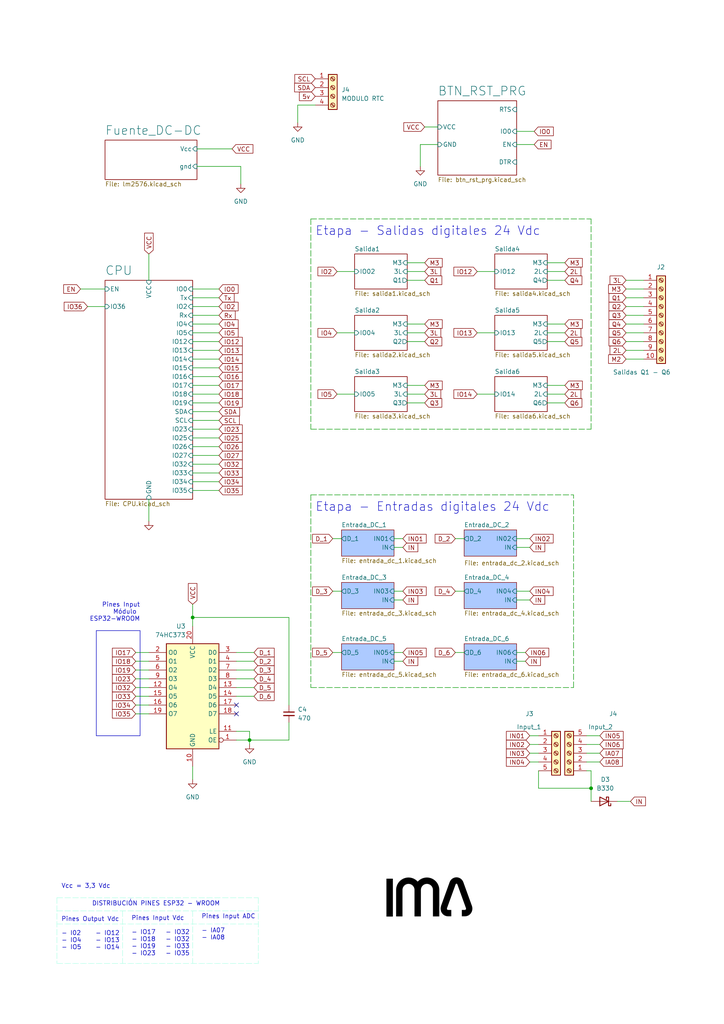
<source format=kicad_sch>
(kicad_sch (version 20221004) (generator eeschema)
  (paper "A4" portrait)
  (title_block (date "2022-10-09") (rev "José Luis Laica") (company "INTEAMBI"))
  (lib_symbols
    (symbol "74xx:74HC373"
      (property "Reference" "U" (at -7.62 16.51 0))
      (property "Value" "74HC373" (at -7.62 -16.51 0))
      (symbol "74HC373_1_0"
        (pin input inverted (at -12.7 -12.7 0) (length 5.08) (name "OE") (number "1"))
        (pin power_in line (at 0 -20.32 90) (length 5.08) (name "GND") (number "10"))
        (pin input line (at -12.7 -10.16 0) (length 5.08) (name "LE") (number "11"))
        (pin tri_state line (at 12.7 2.54 180) (length 5.08) (name "O4") (number "12"))
        (pin input line (at -12.7 2.54 0) (length 5.08) (name "D4") (number "13"))
        (pin input line (at -12.7 0 0) (length 5.08) (name "D5") (number "14"))
        (pin tri_state line (at 12.7 0 180) (length 5.08) (name "O5") (number "15"))
        (pin tri_state line (at 12.7 -2.54 180) (length 5.08) (name "O6") (number "16"))
        (pin input line (at -12.7 -2.54 0) (length 5.08) (name "D6") (number "17"))
        (pin input line (at -12.7 -5.08 0) (length 5.08) (name "D7") (number "18"))
        (pin tri_state line (at 12.7 -5.08 180) (length 5.08) (name "O7") (number "19"))
        (pin tri_state line (at 12.7 12.7 180) (length 5.08) (name "O0") (number "2"))
        (pin power_in line (at 0 20.32 270) (length 5.08) (name "VCC") (number "20"))
        (pin input line (at -12.7 12.7 0) (length 5.08) (name "D0") (number "3"))
        (pin input line (at -12.7 10.16 0) (length 5.08) (name "D1") (number "4"))
        (pin tri_state line (at 12.7 10.16 180) (length 5.08) (name "O1") (number "5"))
        (pin tri_state line (at 12.7 7.62 180) (length 5.08) (name "O2") (number "6"))
        (pin input line (at -12.7 7.62 0) (length 5.08) (name "D2") (number "7"))
        (pin input line (at -12.7 5.08 0) (length 5.08) (name "D3") (number "8"))
        (pin tri_state line (at 12.7 5.08 180) (length 5.08) (name "O3") (number "9"))
      )
      (symbol "74HC373_1_1"
        (rectangle (start -7.62 15.24) (end 7.62 -15.24) (stroke (width 0.254)) (fill (type background)))
      )
    )
    (symbol "Connector:Screw_Terminal_01x04" (pin_names (offset 1.016) hide)
      (property "Reference" "J" (at 0 5.08 0))
      (property "Value" "Screw_Terminal_01x04" (at 0 -7.62 0))
      (symbol "Screw_Terminal_01x04_1_1"
        (rectangle (start -1.27 3.81) (end 1.27 -6.35) (stroke (width 0.254)) (fill (type background)))
        (circle (center 0 -5.08) (radius 0.635) (stroke (width 0.1524)))
        (circle (center 0 -2.54) (radius 0.635) (stroke (width 0.1524)))
        (polyline (pts (xy -0.5334 -4.7498) (xy 0.3302 -5.588)) (stroke (width 0.1524)))
        (polyline (pts (xy -0.5334 -2.2098) (xy 0.3302 -3.048)) (stroke (width 0.1524)))
        (polyline (pts (xy -0.5334 0.3302) (xy 0.3302 -0.508)) (stroke (width 0.1524)))
        (polyline (pts (xy -0.5334 2.8702) (xy 0.3302 2.032)) (stroke (width 0.1524)))
        (polyline (pts (xy -0.3556 -4.572) (xy 0.508 -5.4102)) (stroke (width 0.1524)))
        (polyline (pts (xy -0.3556 -2.032) (xy 0.508 -2.8702)) (stroke (width 0.1524)))
        (polyline (pts (xy -0.3556 0.508) (xy 0.508 -0.3302)) (stroke (width 0.1524)))
        (polyline (pts (xy -0.3556 3.048) (xy 0.508 2.2098)) (stroke (width 0.1524)))
        (circle (center 0 0) (radius 0.635) (stroke (width 0.1524)))
        (circle (center 0 2.54) (radius 0.635) (stroke (width 0.1524)))
        (pin passive line (at -5.08 2.54 0) (length 3.81) (name "Pin_1") (number "1"))
        (pin passive line (at -5.08 0 0) (length 3.81) (name "Pin_2") (number "2"))
        (pin passive line (at -5.08 -2.54 0) (length 3.81) (name "Pin_3") (number "3"))
        (pin passive line (at -5.08 -5.08 0) (length 3.81) (name "Pin_4") (number "4"))
      )
    )
    (symbol "Connector:Screw_Terminal_01x05" (pin_names (offset 1.016) hide)
      (property "Reference" "J" (at 0 7.62 0))
      (property "Value" "Screw_Terminal_01x05" (at 0 -7.62 0))
      (symbol "Screw_Terminal_01x05_1_1"
        (rectangle (start -1.27 6.35) (end 1.27 -6.35) (stroke (width 0.254)) (fill (type background)))
        (circle (center 0 -5.08) (radius 0.635) (stroke (width 0.1524)))
        (circle (center 0 -2.54) (radius 0.635) (stroke (width 0.1524)))
        (polyline (pts (xy -0.5334 -4.7498) (xy 0.3302 -5.588)) (stroke (width 0.1524)))
        (polyline (pts (xy -0.5334 -2.2098) (xy 0.3302 -3.048)) (stroke (width 0.1524)))
        (polyline (pts (xy -0.5334 0.3302) (xy 0.3302 -0.508)) (stroke (width 0.1524)))
        (polyline (pts (xy -0.5334 2.8702) (xy 0.3302 2.032)) (stroke (width 0.1524)))
        (polyline (pts (xy -0.5334 5.4102) (xy 0.3302 4.572)) (stroke (width 0.1524)))
        (polyline (pts (xy -0.3556 -4.572) (xy 0.508 -5.4102)) (stroke (width 0.1524)))
        (polyline (pts (xy -0.3556 -2.032) (xy 0.508 -2.8702)) (stroke (width 0.1524)))
        (polyline (pts (xy -0.3556 0.508) (xy 0.508 -0.3302)) (stroke (width 0.1524)))
        (polyline (pts (xy -0.3556 3.048) (xy 0.508 2.2098)) (stroke (width 0.1524)))
        (polyline (pts (xy -0.3556 5.588) (xy 0.508 4.7498)) (stroke (width 0.1524)))
        (circle (center 0 0) (radius 0.635) (stroke (width 0.1524)))
        (circle (center 0 2.54) (radius 0.635) (stroke (width 0.1524)))
        (circle (center 0 5.08) (radius 0.635) (stroke (width 0.1524)))
        (pin passive line (at -5.08 5.08 0) (length 3.81) (name "Pin_1") (number "1"))
        (pin passive line (at -5.08 2.54 0) (length 3.81) (name "Pin_2") (number "2"))
        (pin passive line (at -5.08 0 0) (length 3.81) (name "Pin_3") (number "3"))
        (pin passive line (at -5.08 -2.54 0) (length 3.81) (name "Pin_4") (number "4"))
        (pin passive line (at -5.08 -5.08 0) (length 3.81) (name "Pin_5") (number "5"))
      )
    )
    (symbol "Connector:Screw_Terminal_01x10" (pin_names (offset 1.016) hide)
      (property "Reference" "J" (at 0 12.7 0))
      (property "Value" "Screw_Terminal_01x10" (at 0 -15.24 0))
      (symbol "Screw_Terminal_01x10_1_1"
        (rectangle (start -1.27 11.43) (end 1.27 -13.97) (stroke (width 0.254)) (fill (type background)))
        (circle (center 0 -12.7) (radius 0.635) (stroke (width 0.1524)))
        (circle (center 0 -10.16) (radius 0.635) (stroke (width 0.1524)))
        (circle (center 0 -7.62) (radius 0.635) (stroke (width 0.1524)))
        (circle (center 0 -5.08) (radius 0.635) (stroke (width 0.1524)))
        (circle (center 0 -2.54) (radius 0.635) (stroke (width 0.1524)))
        (polyline (pts (xy -0.5334 -12.3698) (xy 0.3302 -13.208)) (stroke (width 0.1524)))
        (polyline (pts (xy -0.5334 -9.8298) (xy 0.3302 -10.668)) (stroke (width 0.1524)))
        (polyline (pts (xy -0.5334 -7.2898) (xy 0.3302 -8.128)) (stroke (width 0.1524)))
        (polyline (pts (xy -0.5334 -4.7498) (xy 0.3302 -5.588)) (stroke (width 0.1524)))
        (polyline (pts (xy -0.5334 -2.2098) (xy 0.3302 -3.048)) (stroke (width 0.1524)))
        (polyline (pts (xy -0.5334 0.3302) (xy 0.3302 -0.508)) (stroke (width 0.1524)))
        (polyline (pts (xy -0.5334 2.8702) (xy 0.3302 2.032)) (stroke (width 0.1524)))
        (polyline (pts (xy -0.5334 5.4102) (xy 0.3302 4.572)) (stroke (width 0.1524)))
        (polyline (pts (xy -0.5334 7.9502) (xy 0.3302 7.112)) (stroke (width 0.1524)))
        (polyline (pts (xy -0.5334 10.4902) (xy 0.3302 9.652)) (stroke (width 0.1524)))
        (polyline (pts (xy -0.3556 -12.192) (xy 0.508 -13.0302)) (stroke (width 0.1524)))
        (polyline (pts (xy -0.3556 -9.652) (xy 0.508 -10.4902)) (stroke (width 0.1524)))
        (polyline (pts (xy -0.3556 -7.112) (xy 0.508 -7.9502)) (stroke (width 0.1524)))
        (polyline (pts (xy -0.3556 -4.572) (xy 0.508 -5.4102)) (stroke (width 0.1524)))
        (polyline (pts (xy -0.3556 -2.032) (xy 0.508 -2.8702)) (stroke (width 0.1524)))
        (polyline (pts (xy -0.3556 0.508) (xy 0.508 -0.3302)) (stroke (width 0.1524)))
        (polyline (pts (xy -0.3556 3.048) (xy 0.508 2.2098)) (stroke (width 0.1524)))
        (polyline (pts (xy -0.3556 5.588) (xy 0.508 4.7498)) (stroke (width 0.1524)))
        (polyline (pts (xy -0.3556 8.128) (xy 0.508 7.2898)) (stroke (width 0.1524)))
        (polyline (pts (xy -0.3556 10.668) (xy 0.508 9.8298)) (stroke (width 0.1524)))
        (circle (center 0 0) (radius 0.635) (stroke (width 0.1524)))
        (circle (center 0 2.54) (radius 0.635) (stroke (width 0.1524)))
        (circle (center 0 5.08) (radius 0.635) (stroke (width 0.1524)))
        (circle (center 0 7.62) (radius 0.635) (stroke (width 0.1524)))
        (circle (center 0 10.16) (radius 0.635) (stroke (width 0.1524)))
        (pin passive line (at -5.08 10.16 0) (length 3.81) (name "Pin_1") (number "1"))
        (pin passive line (at -5.08 -12.7 0) (length 3.81) (name "Pin_10") (number "10"))
        (pin passive line (at -5.08 7.62 0) (length 3.81) (name "Pin_2") (number "2"))
        (pin passive line (at -5.08 5.08 0) (length 3.81) (name "Pin_3") (number "3"))
        (pin passive line (at -5.08 2.54 0) (length 3.81) (name "Pin_4") (number "4"))
        (pin passive line (at -5.08 0 0) (length 3.81) (name "Pin_5") (number "5"))
        (pin passive line (at -5.08 -2.54 0) (length 3.81) (name "Pin_6") (number "6"))
        (pin passive line (at -5.08 -5.08 0) (length 3.81) (name "Pin_7") (number "7"))
        (pin passive line (at -5.08 -7.62 0) (length 3.81) (name "Pin_8") (number "8"))
        (pin passive line (at -5.08 -10.16 0) (length 3.81) (name "Pin_9") (number "9"))
      )
    )
    (symbol "Device:C_Small" (pin_numbers hide) (pin_names (offset 0.254) hide)
      (property "Reference" "C" (at 0.254 1.778 0))
      (property "Value" "C_Small" (at 0.254 -2.032 0))
      (symbol "C_Small_0_1"
        (polyline (pts (xy -1.524 -0.508) (xy 1.524 -0.508)) (stroke (width 0.3302)))
        (polyline (pts (xy -1.524 0.508) (xy 1.524 0.508)) (stroke (width 0.3048)))
      )
      (symbol "C_Small_1_1"
        (pin passive line (at 0 2.54 270) (length 2.032) (name "~") (number "1"))
        (pin passive line (at 0 -2.54 90) (length 2.032) (name "~") (number "2"))
      )
    )
    (symbol "Diode:B330" (pin_numbers hide) (pin_names (offset 1.016) hide)
      (property "Reference" "D" (at 0 2.54 0))
      (property "Value" "B330" (at 0 -2.54 0))
      (symbol "B330_0_1"
        (polyline (pts (xy 1.27 0) (xy -1.27 0)))
        (polyline (pts (xy 1.27 1.27) (xy 1.27 -1.27) (xy -1.27 0) (xy 1.27 1.27)) (stroke (width 0.254)))
        (polyline (pts (xy -1.905 0.635) (xy -1.905 1.27) (xy -1.27 1.27) (xy -1.27 -1.27) (xy -0.635 -1.27) (xy -0.635 -0.635)) (stroke (width 0.254)))
      )
      (symbol "B330_1_1"
        (pin passive line (at -3.81 0 0) (length 2.54) (name "K") (number "1"))
        (pin passive line (at 3.81 0 180) (length 2.54) (name "A") (number "2"))
      )
    )
    (symbol "power:GND" (power) (pin_names (offset 0))
      (property "Value" "GND" (at 0 -3.81 0))
      (symbol "GND_0_1"
        (polyline (pts (xy 0 0) (xy 0 -1.27) (xy 1.27 -1.27) (xy 0 -2.54) (xy -1.27 -1.27) (xy 0 -1.27)))
      )
      (symbol "GND_1_1"
        (pin power_in line (at 0 0 270) (length 0) hide (name "GND") (number "1"))
      )
    )
  )
  (junction (at 55.88 179.07))
  (junction (at 72.39 214.63))
  (junction (at 171.45 228.6))
  (no_connect (at 68.58 204.47))
  (no_connect (at 68.58 207.01))
  (wire (pts (xy 43.18 73.66) (xy 43.18 81.28)))
  (wire (pts (xy 158.75 76.2) (xy 163.83 76.2)))
  (wire (pts (xy 90.17 63.5) (xy 171.45 63.5)) (stroke (width 0) (type dash)))
  (wire (pts (xy 173.99 220.98) (xy 170.18 220.98)))
  (wire (pts (xy 55.88 114.3) (xy 63.5 114.3)))
  (wire (pts (xy 173.99 213.36) (xy 170.18 213.36)))
  (wire (pts (xy 138.43 78.74) (xy 143.51 78.74)))
  (wire (pts (xy 171.45 124.46) (xy 171.45 63.5)) (stroke (width 0) (type dash)))
  (wire (pts (xy 114.3 156.21) (xy 116.84 156.21)))
  (wire (pts (xy 55.88 121.92) (xy 63.5 121.92)))
  (wire (pts (xy 158.75 116.84) (xy 163.83 116.84)))
  (wire (pts (xy 118.11 99.06) (xy 123.19 99.06)))
  (wire (pts (xy 118.11 93.98) (xy 123.19 93.98)))
  (wire (pts (xy 55.88 175.26) (xy 55.88 179.07)))
  (wire (pts (xy 43.18 201.93) (xy 39.37 201.93)))
  (wire (pts (xy 96.52 156.21) (xy 99.06 156.21)))
  (wire (pts (xy 97.79 78.74) (xy 102.87 78.74)))
  (wire (pts (xy 55.88 111.76) (xy 63.5 111.76)))
  (wire (pts (xy 138.43 114.3) (xy 143.51 114.3)))
  (wire (pts (xy 158.75 111.76) (xy 163.83 111.76)))
  (wire (pts (xy 55.88 93.98) (xy 63.5 93.98)))
  (wire (pts (xy 55.88 116.84) (xy 63.5 116.84)))
  (wire (pts (xy 43.18 191.77) (xy 39.37 191.77)))
  (wire (pts (xy 114.3 189.23) (xy 116.84 189.23)))
  (wire (pts (xy 132.08 189.23) (xy 134.62 189.23)))
  (wire (pts (xy 91.44 30.48) (xy 86.36 30.48)))
  (wire (pts (xy 118.11 111.76) (xy 123.19 111.76)))
  (wire (pts (xy 97.79 96.52) (xy 102.87 96.52)))
  (wire (pts (xy 153.67 213.36) (xy 156.21 213.36)))
  (wire (pts (xy 57.15 43.18) (xy 67.31 43.18)))
  (wire (pts (xy 73.66 199.39) (xy 68.58 199.39)))
  (wire (pts (xy 55.88 83.82) (xy 63.5 83.82)))
  (wire (pts (xy 156.21 228.6) (xy 171.45 228.6)))
  (wire (pts (xy 149.86 38.1) (xy 154.94 38.1)))
  (wire (pts (xy 181.61 91.44) (xy 186.69 91.44)))
  (wire (pts (xy 90.17 199.39) (xy 166.37 199.39)) (stroke (width 0) (type dash)))
  (polyline (pts (xy 16.51 260.35) (xy 16.51 279.4)) (stroke (width 0) (type dash) (color 177 255 230 1)))
  (wire (pts (xy 181.61 93.98) (xy 186.69 93.98)))
  (wire (pts (xy 90.17 143.51) (xy 166.37 143.51)) (stroke (width 0) (type dash)))
  (wire (pts (xy 90.17 63.5) (xy 90.17 124.46)) (stroke (width 0) (type dash)))
  (wire (pts (xy 55.88 179.07) (xy 55.88 181.61)))
  (wire (pts (xy 25.4 88.9) (xy 30.48 88.9)))
  (wire (pts (xy 149.86 189.23) (xy 152.4 189.23)))
  (wire (pts (xy 73.66 191.77) (xy 68.58 191.77)))
  (wire (pts (xy 118.11 116.84) (xy 123.19 116.84)))
  (wire (pts (xy 171.45 228.6) (xy 171.45 232.41)))
  (polyline (pts (xy 55.88 264.16) (xy 55.88 279.4)) (stroke (width 0) (type dash) (color 177 255 230 1)))
  (wire (pts (xy 55.88 101.6) (xy 63.5 101.6)))
  (wire (pts (xy 55.88 127) (xy 63.5 127)))
  (polyline (pts (xy 16.51 267.97) (xy 74.93 267.97)) (stroke (width 0) (type dash) (color 177 255 230 1)))
  (wire (pts (xy 55.88 99.06) (xy 63.5 99.06)))
  (polyline (pts (xy 16.51 260.35) (xy 74.93 260.35)) (stroke (width 0) (type dash) (color 177 255 230 1)))
  (wire (pts (xy 72.39 212.09) (xy 72.39 214.63)))
  (wire (pts (xy 43.18 199.39) (xy 39.37 199.39)))
  (wire (pts (xy 118.11 114.3) (xy 123.19 114.3)))
  (wire (pts (xy 158.75 114.3) (xy 163.83 114.3)))
  (wire (pts (xy 69.85 48.26) (xy 69.85 53.34)))
  (polyline (pts (xy 40.64 182.88) (xy 27.94 182.88)))
  (wire (pts (xy 55.88 96.52) (xy 63.5 96.52)))
  (wire (pts (xy 149.86 191.77) (xy 152.4 191.77)))
  (wire (pts (xy 173.99 218.44) (xy 170.18 218.44)))
  (polyline (pts (xy 16.51 279.4) (xy 74.93 279.4)) (stroke (width 0) (type dash) (color 177 255 230 1)))
  (wire (pts (xy 158.75 99.06) (xy 163.83 99.06)))
  (wire (pts (xy 114.3 158.75) (xy 116.84 158.75)))
  (wire (pts (xy 39.37 189.23) (xy 43.18 189.23)))
  (wire (pts (xy 181.61 81.28) (xy 186.69 81.28)))
  (wire (pts (xy 158.75 96.52) (xy 163.83 96.52)))
  (wire (pts (xy 127 36.83) (xy 123.19 36.83)))
  (wire (pts (xy 149.86 171.45) (xy 153.67 171.45)))
  (wire (pts (xy 181.61 83.82) (xy 186.69 83.82)))
  (wire (pts (xy 118.11 81.28) (xy 123.19 81.28)))
  (wire (pts (xy 55.88 109.22) (xy 63.5 109.22)))
  (wire (pts (xy 97.79 114.3) (xy 102.87 114.3)))
  (wire (pts (xy 43.18 144.78) (xy 43.18 151.13)))
  (wire (pts (xy 132.08 171.45) (xy 134.62 171.45)))
  (wire (pts (xy 138.43 96.52) (xy 143.51 96.52)))
  (wire (pts (xy 114.3 173.99) (xy 116.84 173.99)))
  (wire (pts (xy 43.18 194.31) (xy 39.37 194.31)))
  (wire (pts (xy 55.88 134.62) (xy 63.5 134.62)))
  (wire (pts (xy 55.88 88.9) (xy 63.5 88.9)))
  (polyline (pts (xy 40.64 182.88) (xy 40.64 213.36)))
  (wire (pts (xy 149.86 173.99) (xy 153.67 173.99)))
  (wire (pts (xy 181.61 101.6) (xy 186.69 101.6)))
  (wire (pts (xy 118.11 76.2) (xy 123.19 76.2)))
  (wire (pts (xy 181.61 104.14) (xy 186.69 104.14)))
  (polyline (pts (xy 16.51 264.16) (xy 74.93 264.16)) (stroke (width 0) (type dash) (color 177 255 230 1)))
  (wire (pts (xy 55.88 132.08) (xy 63.5 132.08)))
  (wire (pts (xy 86.36 30.48) (xy 86.36 35.56)))
  (wire (pts (xy 55.88 106.68) (xy 63.5 106.68)))
  (wire (pts (xy 55.88 222.25) (xy 55.88 226.06)))
  (wire (pts (xy 43.18 196.85) (xy 39.37 196.85)))
  (wire (pts (xy 114.3 191.77) (xy 116.84 191.77)))
  (polyline (pts (xy 74.93 260.35) (xy 74.93 279.4)) (stroke (width 0) (type dash) (color 177 255 230 1)))
  (wire (pts (xy 181.61 99.06) (xy 186.69 99.06)))
  (wire (pts (xy 83.82 204.47) (xy 83.82 179.07)))
  (wire (pts (xy 114.3 171.45) (xy 116.84 171.45)))
  (wire (pts (xy 121.92 41.91) (xy 121.92 48.26)))
  (polyline (pts (xy 35.56 264.16) (xy 35.56 279.4)) (stroke (width 0) (type dash) (color 177 255 230 1)))
  (wire (pts (xy 156.21 223.52) (xy 156.21 228.6)))
  (wire (pts (xy 181.61 86.36) (xy 186.69 86.36)))
  (wire (pts (xy 83.82 179.07) (xy 55.88 179.07)))
  (wire (pts (xy 153.67 220.98) (xy 156.21 220.98)))
  (wire (pts (xy 73.66 196.85) (xy 68.58 196.85)))
  (wire (pts (xy 96.52 189.23) (xy 99.06 189.23)))
  (wire (pts (xy 73.66 189.23) (xy 68.58 189.23)))
  (wire (pts (xy 57.15 48.26) (xy 69.85 48.26)))
  (wire (pts (xy 171.45 228.6) (xy 171.45 223.52)))
  (wire (pts (xy 55.88 129.54) (xy 63.5 129.54)))
  (wire (pts (xy 153.67 215.9) (xy 156.21 215.9)))
  (wire (pts (xy 118.11 78.74) (xy 123.19 78.74)))
  (polyline (pts (xy 40.64 213.36) (xy 27.94 213.36)))
  (wire (pts (xy 90.17 143.51) (xy 90.17 199.39)) (stroke (width 0) (type dash)))
  (wire (pts (xy 153.67 218.44) (xy 156.21 218.44)))
  (wire (pts (xy 153.67 156.21) (xy 149.86 156.21)))
  (wire (pts (xy 55.88 119.38) (xy 63.5 119.38)))
  (wire (pts (xy 149.86 158.75) (xy 153.67 158.75)))
  (wire (pts (xy 158.75 81.28) (xy 163.83 81.28)))
  (wire (pts (xy 55.88 139.7) (xy 63.5 139.7)))
  (wire (pts (xy 72.39 214.63) (xy 72.39 215.9)))
  (wire (pts (xy 96.52 171.45) (xy 99.06 171.45)))
  (wire (pts (xy 158.75 93.98) (xy 163.83 93.98)))
  (wire (pts (xy 55.88 124.46) (xy 63.5 124.46)))
  (wire (pts (xy 158.75 78.74) (xy 163.83 78.74)))
  (wire (pts (xy 73.66 201.93) (xy 68.58 201.93)))
  (wire (pts (xy 118.11 96.52) (xy 123.19 96.52)))
  (wire (pts (xy 90.17 124.46) (xy 171.45 124.46)) (stroke (width 0) (type dash)))
  (wire (pts (xy 166.37 199.39) (xy 166.37 143.51)) (stroke (width 0) (type dash)))
  (wire (pts (xy 149.86 41.91) (xy 154.94 41.91)))
  (wire (pts (xy 55.88 142.24) (xy 63.5 142.24)))
  (polyline (pts (xy 27.94 213.36) (xy 27.94 182.88)))
  (wire (pts (xy 55.88 91.44) (xy 63.5 91.44)))
  (wire (pts (xy 43.18 207.01) (xy 39.37 207.01)))
  (wire (pts (xy 73.66 194.31) (xy 68.58 194.31)))
  (wire (pts (xy 68.58 214.63) (xy 72.39 214.63)))
  (wire (pts (xy 23.368 83.82) (xy 30.48 83.82)))
  (wire (pts (xy 83.82 214.63) (xy 72.39 214.63)))
  (wire (pts (xy 179.07 232.41) (xy 182.88 232.41)))
  (wire (pts (xy 83.82 209.55) (xy 83.82 214.63)))
  (wire (pts (xy 127 41.91) (xy 121.92 41.91)))
  (wire (pts (xy 55.88 137.16) (xy 63.5 137.16)))
  (wire (pts (xy 55.88 86.36) (xy 63.5 86.36)))
  (wire (pts (xy 55.88 104.14) (xy 63.5 104.14)))
  (wire (pts (xy 181.61 96.52) (xy 186.69 96.52)))
  (wire (pts (xy 181.61 88.9) (xy 186.69 88.9)))
  (wire (pts (xy 173.99 215.9) (xy 170.18 215.9)))
  (wire (pts (xy 132.08 156.21) (xy 134.62 156.21)))
  (wire (pts (xy 43.18 204.47) (xy 39.37 204.47)))
  (wire (pts (xy 171.45 223.52) (xy 170.18 223.52)))
  (wire (pts (xy 68.58 212.09) (xy 72.39 212.09)))
  (image (at 124.46 260.35) (scale 0.475573))
  (text "Pines Input\nMódulo \nESP32-WROOM" (at 40.64 180.34 0) (effects (font (size 1.27 1.27)) (justify right bottom)))
  (text "Etapa - Entradas digitales 24 Vdc" (at 91.44 148.59 0) (effects (font (size 2.54 2.54)) (justify left bottom)))
  (text "Pines Input Vdc\n\n- IO17	- IO32\n- IO18	- IO32\n- IO19	- IO33\n- IO23 	- IO35\n\n" (at 38.1 279.4 0) (effects (font (size 1.27 1.27)) (justify left bottom)))
  (text "Vcc = 3,3 Vdc" (at 17.78 257.81 0) (effects (font (size 1.27 1.27)) (justify left bottom)))
  (text "Pines Output Vdc\n\n- I02	- IO12\n- IO4	- IO13\n- IO5	- IO14" (at 17.78 275.59 0) (effects (font (size 1.27 1.27)) (justify left bottom)))
  (text "DISTRIBUCIÓN PINES ESP32 - WROOM" (at 26.67 262.89 0) (effects (font (size 1.27 1.27)) (justify left bottom)))
  (text "Etapa - Salidas digitales 24 Vdc" (at 91.44 68.58 0) (effects (font (size 2.54 2.54)) (justify left bottom)))
  (text "Pines Input ADC\n\n- IA07\n- IA08\n\n\n" (at 58.42 276.86 0) (effects (font (size 1.27 1.27)) (justify left bottom)))
  (global_label "D_4" (shape input) (at 73.66 196.85 0) (property "Intersheet References" "${INTERSHEET_REFS}" (at 79.5202 196.7706 0) (effects (justify left))))
  (global_label "IO12" (shape input) (at 63.5 99.06 0) (property "Intersheet References" "${INTERSHEET_REFS}" (at 70.2674 98.9806 0) (effects (justify left))))
  (global_label "IO2" (shape input) (at 63.5 88.9 0) (property "Intersheet References" "${INTERSHEET_REFS}" (at 69.0579 88.8206 0) (effects (justify left))))
  (global_label "EN" (shape input) (at 23.368 83.82 180) (property "Intersheet References" "${INTERSHEET_REFS}" (at 18.4754 83.7406 0) (effects (justify right))))
  (global_label "IO12" (shape input) (at 138.43 78.74 180) (property "Intersheet References" "${INTERSHEET_REFS}" (at 131.6626 78.8194 0) (effects (justify right))))
  (global_label "2L" (shape input) (at 163.83 96.52 0) (property "Intersheet References" "${INTERSHEET_REFS}" (at 163.83 98.7108 0) (effects (justify left))))
  (global_label "IA07" (shape input) (at 173.99 218.44 0) (property "Intersheet References" "${INTERSHEET_REFS}" (at 180.5155 218.3606 0) (effects (justify left))))
  (global_label "VCC" (shape input) (at 67.31 43.18 0) (property "Intersheet References" "${INTERSHEET_REFS}" (at 73.3517 43.1006 0) (effects (justify left))))
  (global_label "Tx" (shape input) (at 63.5 86.36 0) (property "Intersheet References" "${INTERSHEET_REFS}" (at 67.9088 86.2806 0) (effects (justify left))))
  (global_label "IO17" (shape input) (at 63.5 111.76 0) (property "Intersheet References" "${INTERSHEET_REFS}" (at 70.2674 111.6806 0) (effects (justify left))))
  (global_label "M3" (shape input) (at 123.19 76.2 0) (property "Intersheet References" "${INTERSHEET_REFS}" (at 123.19 78.3908 0) (effects (justify left))))
  (global_label "IN06" (shape input) (at 173.99 215.9 0) (property "Intersheet References" "${INTERSHEET_REFS}" (at 180.7574 215.8206 0) (effects (justify left))))
  (global_label "VCC" (shape input) (at 55.88 175.26 90) (property "Intersheet References" "${INTERSHEET_REFS}" (at 58.0708 175.26 90) (effects (justify left))))
  (global_label "IO34" (shape input) (at 39.37 204.47 180) (property "Intersheet References" "${INTERSHEET_REFS}" (at 32.6026 204.3906 0) (effects (justify right))))
  (global_label "M3" (shape input) (at 163.83 76.2 0) (property "Intersheet References" "${INTERSHEET_REFS}" (at 163.83 78.3908 0) (effects (justify left))))
  (global_label "Q5" (shape input) (at 163.83 99.06 0) (property "Intersheet References" "${INTERSHEET_REFS}" (at 163.83 101.2508 0) (effects (justify left))))
  (global_label "IO26" (shape input) (at 63.5 129.54 0) (property "Intersheet References" "${INTERSHEET_REFS}" (at 70.2674 129.4606 0) (effects (justify left))))
  (global_label "Q4" (shape input) (at 163.83 81.28 0) (property "Intersheet References" "${INTERSHEET_REFS}" (at 163.83 83.4708 0) (effects (justify left))))
  (global_label "IO34" (shape input) (at 63.5 139.7 0) (property "Intersheet References" "${INTERSHEET_REFS}" (at 70.2674 139.6206 0) (effects (justify left))))
  (global_label "Rx" (shape input) (at 63.5 91.44 0) (property "Intersheet References" "${INTERSHEET_REFS}" (at 68.2112 91.3606 0) (effects (justify left))))
  (global_label "IO35" (shape input) (at 63.5 142.24 0) (property "Intersheet References" "${INTERSHEET_REFS}" (at 70.2674 142.1606 0) (effects (justify left))))
  (global_label "IN03" (shape input) (at 116.84 171.45 0) (property "Intersheet References" "${INTERSHEET_REFS}" (at 119.38 167.64 0) (effects (justify left top))))
  (global_label "IO2" (shape input) (at 97.79 78.74 180) (property "Intersheet References" "${INTERSHEET_REFS}" (at 92.2321 78.8194 0) (effects (justify right))))
  (global_label "D_6" (shape input) (at 73.66 201.93 0) (property "Intersheet References" "${INTERSHEET_REFS}" (at 79.5202 201.8506 0) (effects (justify left))))
  (global_label "VCC" (shape input) (at 123.19 36.83 180) (property "Intersheet References" "${INTERSHEET_REFS}" (at 117.1483 36.7506 0) (effects (justify right))))
  (global_label "IO14" (shape input) (at 63.5 104.14 0) (property "Intersheet References" "${INTERSHEET_REFS}" (at 70.2674 104.0606 0) (effects (justify left))))
  (global_label "M3" (shape input) (at 123.19 93.98 0) (property "Intersheet References" "${INTERSHEET_REFS}" (at 123.19 96.1708 0) (effects (justify left))))
  (global_label "IO14" (shape input) (at 138.43 114.3 180) (property "Intersheet References" "${INTERSHEET_REFS}" (at 131.6626 114.3794 0) (effects (justify right))))
  (global_label "D_2" (shape input) (at 73.66 191.77 0) (property "Intersheet References" "${INTERSHEET_REFS}" (at 79.5202 191.6906 0) (effects (justify left))))
  (global_label "IA08" (shape input) (at 173.99 220.98 0) (property "Intersheet References" "${INTERSHEET_REFS}" (at 180.5155 220.9006 0) (effects (justify left))))
  (global_label "Q1" (shape input) (at 181.61 86.36 180) (property "Intersheet References" "${INTERSHEET_REFS}" (at 176.6569 86.4394 0) (effects (justify right))))
  (global_label "IO35" (shape input) (at 39.37 207.01 180) (property "Intersheet References" "${INTERSHEET_REFS}" (at 32.6026 206.9306 0) (effects (justify right))))
  (global_label "EN" (shape input) (at 154.94 41.91 0) (property "Intersheet References" "${INTERSHEET_REFS}" (at 159.8326 41.9894 0) (effects (justify left))))
  (global_label "Q1" (shape input) (at 123.19 81.28 0) (property "Intersheet References" "${INTERSHEET_REFS}" (at 123.19 83.4708 0) (effects (justify left))))
  (global_label "IN04" (shape input) (at 153.67 220.98 180) (property "Intersheet References" "${INTERSHEET_REFS}" (at 146.9026 220.9006 0) (effects (justify right))))
  (global_label "SDA" (shape input) (at 91.44 25.4 180) (property "Intersheet References" "${INTERSHEET_REFS}" (at 85.4588 25.4794 0) (effects (justify right))))
  (global_label "IO23" (shape input) (at 63.5 124.46 0) (property "Intersheet References" "${INTERSHEET_REFS}" (at 70.2674 124.3806 0) (effects (justify left))))
  (global_label "IN03" (shape input) (at 153.67 218.44 180) (property "Intersheet References" "${INTERSHEET_REFS}" (at 146.9026 218.3606 0) (effects (justify right))))
  (global_label "IO32" (shape input) (at 63.5 134.62 0) (property "Intersheet References" "${INTERSHEET_REFS}" (at 70.2674 134.5406 0) (effects (justify left))))
  (global_label "SDA" (shape input) (at 63.5 119.38 0) (property "Intersheet References" "${INTERSHEET_REFS}" (at 69.4812 119.3006 0) (effects (justify left))))
  (global_label "2L" (shape input) (at 181.61 101.6 180) (property "Intersheet References" "${INTERSHEET_REFS}" (at 176.9593 101.5206 0) (effects (justify right))))
  (global_label "IO33" (shape input) (at 63.5 137.16 0) (property "Intersheet References" "${INTERSHEET_REFS}" (at 70.2674 137.0806 0) (effects (justify left))))
  (global_label "IN" (shape input) (at 116.84 158.75 0) (property "Intersheet References" "${INTERSHEET_REFS}" (at 120.65 158.75 0) (effects (justify left))))
  (global_label "IN04" (shape input) (at 153.67 171.45 0) (property "Intersheet References" "${INTERSHEET_REFS}" (at 160.02 171.45 0) (effects (justify left))))
  (global_label "Q5" (shape input) (at 181.61 96.52 180) (property "Intersheet References" "${INTERSHEET_REFS}" (at 176.6569 96.4406 0) (effects (justify right))))
  (global_label "IO18" (shape input) (at 63.5 114.3 0) (property "Intersheet References" "${INTERSHEET_REFS}" (at 70.2674 114.2206 0) (effects (justify left))))
  (global_label "IO16" (shape input) (at 63.5 109.22 0) (property "Intersheet References" "${INTERSHEET_REFS}" (at 70.2674 109.1406 0) (effects (justify left))))
  (global_label "IN" (shape input) (at 116.84 173.99 0) (property "Intersheet References" "${INTERSHEET_REFS}" (at 120.65 173.99 0) (effects (justify left))))
  (global_label "Q3" (shape input) (at 181.61 91.44 180) (property "Intersheet References" "${INTERSHEET_REFS}" (at 176.6569 91.3606 0) (effects (justify right))))
  (global_label "3L" (shape input) (at 181.61 81.28 180) (property "Intersheet References" "${INTERSHEET_REFS}" (at 176.9593 81.2006 0) (effects (justify right))))
  (global_label "IO0" (shape input) (at 63.5 83.82 0) (property "Intersheet References" "${INTERSHEET_REFS}" (at 69.0579 83.7406 0) (effects (justify left))))
  (global_label "IO19" (shape input) (at 63.5 116.84 0) (property "Intersheet References" "${INTERSHEET_REFS}" (at 70.2674 116.7606 0) (effects (justify left))))
  (global_label "IO13" (shape input) (at 63.5 101.6 0) (property "Intersheet References" "${INTERSHEET_REFS}" (at 70.2674 101.5206 0) (effects (justify left))))
  (global_label "Q2" (shape input) (at 123.19 99.06 0) (property "Intersheet References" "${INTERSHEET_REFS}" (at 123.19 101.2508 0) (effects (justify left))))
  (global_label "IN05" (shape input) (at 116.84 189.23 0) (property "Intersheet References" "${INTERSHEET_REFS}" (at 123.6074 189.1506 0) (effects (justify left))))
  (global_label "Q3" (shape input) (at 123.19 116.84 0) (property "Intersheet References" "${INTERSHEET_REFS}" (at 123.19 119.0308 0) (effects (justify left))))
  (global_label "IN06" (shape input) (at 152.4 189.23 0) (property "Intersheet References" "${INTERSHEET_REFS}" (at 159.1674 189.1506 0) (effects (justify left))))
  (global_label "D_6" (shape input) (at 132.08 189.23 180) (property "Intersheet References" "${INTERSHEET_REFS}" (at 132.08 191.4208 0) (effects (justify right))))
  (global_label "IO23" (shape input) (at 39.37 196.85 180) (property "Intersheet References" "${INTERSHEET_REFS}" (at 32.6026 196.7706 0) (effects (justify right))))
  (global_label "IO13" (shape input) (at 138.43 96.52 180) (property "Intersheet References" "${INTERSHEET_REFS}" (at 131.6626 96.5994 0) (effects (justify right))))
  (global_label "IN" (shape input) (at 153.67 173.99 0) (property "Intersheet References" "${INTERSHEET_REFS}" (at 157.48 173.99 0) (effects (justify left))))
  (global_label "IN02" (shape input) (at 153.67 156.21 0) (property "Intersheet References" "${INTERSHEET_REFS}" (at 160.02 156.21 0) (effects (justify left))))
  (global_label "IO5" (shape input) (at 63.5 96.52 0) (property "Intersheet References" "${INTERSHEET_REFS}" (at 69.0579 96.4406 0) (effects (justify left))))
  (global_label "IN01" (shape input) (at 153.67 213.36 180) (property "Intersheet References" "${INTERSHEET_REFS}" (at 146.9026 213.2806 0) (effects (justify right))))
  (global_label "D_2" (shape input) (at 132.08 156.21 180) (property "Intersheet References" "${INTERSHEET_REFS}" (at 132.08 158.4008 0) (effects (justify right))))
  (global_label "IN" (shape input) (at 152.4 191.77 0) (property "Intersheet References" "${INTERSHEET_REFS}" (at 156.21 191.77 0) (effects (justify left))))
  (global_label "Q4" (shape input) (at 181.61 93.98 180) (property "Intersheet References" "${INTERSHEET_REFS}" (at 176.6569 93.9006 0) (effects (justify right))))
  (global_label "Q2" (shape input) (at 181.61 88.9 180) (property "Intersheet References" "${INTERSHEET_REFS}" (at 176.6569 88.8206 0) (effects (justify right))))
  (global_label "IN" (shape input) (at 182.88 232.41 0) (property "Intersheet References" "${INTERSHEET_REFS}" (at 187.2283 232.3306 0) (effects (justify left))))
  (global_label "D_5" (shape input) (at 73.66 199.39 0) (property "Intersheet References" "${INTERSHEET_REFS}" (at 79.5202 199.3106 0) (effects (justify left))))
  (global_label "5v" (shape input) (at 91.44 27.94 180) (property "Intersheet References" "${INTERSHEET_REFS}" (at 86.8498 27.8606 0) (effects (justify right))))
  (global_label "IO4" (shape input) (at 63.5 93.98 0) (property "Intersheet References" "${INTERSHEET_REFS}" (at 69.0579 93.9006 0) (effects (justify left))))
  (global_label "IO32" (shape input) (at 39.37 199.39 180) (property "Intersheet References" "${INTERSHEET_REFS}" (at 32.6026 199.3106 0) (effects (justify right))))
  (global_label "IO18" (shape input) (at 39.37 191.77 180) (property "Intersheet References" "${INTERSHEET_REFS}" (at 33.02 191.77 0) (effects (justify right))))
  (global_label "IO33" (shape input) (at 39.37 201.93 180) (property "Intersheet References" "${INTERSHEET_REFS}" (at 32.6026 201.8506 0) (effects (justify right))))
  (global_label "Q6" (shape input) (at 181.61 99.06 180) (property "Intersheet References" "${INTERSHEET_REFS}" (at 176.6569 98.9806 0) (effects (justify right))))
  (global_label "IN05" (shape input) (at 173.99 213.36 0) (property "Intersheet References" "${INTERSHEET_REFS}" (at 180.7574 213.2806 0) (effects (justify left))))
  (global_label "M2" (shape input) (at 181.61 104.14 180) (property "Intersheet References" "${INTERSHEET_REFS}" (at 176.5359 104.0606 0) (effects (justify right))))
  (global_label "IN" (shape input) (at 116.84 191.77 0) (property "Intersheet References" "${INTERSHEET_REFS}" (at 120.65 191.77 0) (effects (justify left))))
  (global_label "IO19" (shape input) (at 39.37 194.31 180) (property "Intersheet References" "${INTERSHEET_REFS}" (at 32.6026 194.2306 0) (effects (justify right))))
  (global_label "M3" (shape input) (at 163.83 93.98 0) (property "Intersheet References" "${INTERSHEET_REFS}" (at 163.83 96.1708 0) (effects (justify left))))
  (global_label "IO25" (shape input) (at 63.5 127 0) (property "Intersheet References" "${INTERSHEET_REFS}" (at 70.2674 126.9206 0) (effects (justify left))))
  (global_label "D_1" (shape input) (at 73.66 189.23 0) (property "Intersheet References" "${INTERSHEET_REFS}" (at 79.5202 189.3094 0) (effects (justify left))))
  (global_label "3L" (shape input) (at 123.19 114.3 0) (property "Intersheet References" "${INTERSHEET_REFS}" (at 123.19 116.4908 0) (effects (justify left))))
  (global_label "IN" (shape input) (at 153.67 158.75 0) (property "Intersheet References" "${INTERSHEET_REFS}" (at 160.02 158.75 0) (effects (justify left))))
  (global_label "D_4" (shape input) (at 132.08 171.45 180) (property "Intersheet References" "${INTERSHEET_REFS}" (at 132.08 173.6408 0) (effects (justify right))))
  (global_label "IO0" (shape input) (at 154.94 38.1 0) (property "Intersheet References" "${INTERSHEET_REFS}" (at 160.4979 38.0206 0) (effects (justify left))))
  (global_label "IO4" (shape input) (at 97.79 96.52 180) (property "Intersheet References" "${INTERSHEET_REFS}" (at 92.2321 96.5994 0) (effects (justify right))))
  (global_label "M3" (shape input) (at 123.19 111.76 0) (property "Intersheet References" "${INTERSHEET_REFS}" (at 123.19 113.9508 0) (effects (justify left))))
  (global_label "IO17" (shape input) (at 39.37 189.23 180) (property "Intersheet References" "${INTERSHEET_REFS}" (at 33.02 189.23 0) (effects (justify right))))
  (global_label "D_3" (shape input) (at 96.52 171.45 180) (property "Intersheet References" "${INTERSHEET_REFS}" (at 96.52 173.6408 0) (effects (justify right))))
  (global_label "SCL" (shape input) (at 91.44 22.86 180) (property "Intersheet References" "${INTERSHEET_REFS}" (at 85.5193 22.9394 0) (effects (justify right))))
  (global_label "3L" (shape input) (at 123.19 96.52 0) (property "Intersheet References" "${INTERSHEET_REFS}" (at 123.19 98.7108 0) (effects (justify left))))
  (global_label "IO15" (shape input) (at 63.5 106.68 0) (property "Intersheet References" "${INTERSHEET_REFS}" (at 70.2674 106.6006 0) (effects (justify left))))
  (global_label "M3" (shape input) (at 181.61 83.82 180) (property "Intersheet References" "${INTERSHEET_REFS}" (at 176.5359 83.7406 0) (effects (justify right))))
  (global_label "IO5" (shape input) (at 97.79 114.3 180) (property "Intersheet References" "${INTERSHEET_REFS}" (at 92.2321 114.3794 0) (effects (justify right))))
  (global_label "D_3" (shape input) (at 73.66 194.31 0) (property "Intersheet References" "${INTERSHEET_REFS}" (at 79.5202 194.2306 0) (effects (justify left))))
  (global_label "IO36" (shape input) (at 25.4 88.9 180) (property "Intersheet References" "${INTERSHEET_REFS}" (at 18.6326 88.8206 0) (effects (justify right))))
  (global_label "M3" (shape input) (at 163.83 111.76 0) (property "Intersheet References" "${INTERSHEET_REFS}" (at 163.83 113.9508 0) (effects (justify left))))
  (global_label "VCC" (shape input) (at 43.18 73.66 90) (property "Intersheet References" "${INTERSHEET_REFS}" (at 43.1006 67.6183 90) (effects (justify left))))
  (global_label "3L" (shape input) (at 123.19 78.74 0) (property "Intersheet References" "${INTERSHEET_REFS}" (at 123.19 80.9308 0) (effects (justify left))))
  (global_label "2L" (shape input) (at 163.83 78.74 0) (property "Intersheet References" "${INTERSHEET_REFS}" (at 163.83 80.9308 0) (effects (justify left))))
  (global_label "SCL" (shape input) (at 63.5 121.92 0) (property "Intersheet References" "${INTERSHEET_REFS}" (at 69.4207 121.8406 0) (effects (justify left))))
  (global_label "D_1" (shape input) (at 96.52 156.21 180) (property "Intersheet References" "${INTERSHEET_REFS}" (at 96.52 158.4008 0) (effects (justify right))))
  (global_label "2L" (shape input) (at 163.83 114.3 0) (property "Intersheet References" "${INTERSHEET_REFS}" (at 163.83 116.4908 0) (effects (justify left))))
  (global_label "IN01" (shape input) (at 116.84 156.21 0) (property "Intersheet References" "${INTERSHEET_REFS}" (at 123.19 156.21 0) (effects (justify left))))
  (global_label "IO27" (shape input) (at 63.5 132.08 0) (property "Intersheet References" "${INTERSHEET_REFS}" (at 70.2674 132.0006 0) (effects (justify left))))
  (global_label "Q6" (shape input) (at 163.83 116.84 0) (property "Intersheet References" "${INTERSHEET_REFS}" (at 163.83 119.0308 0) (effects (justify left))))
  (global_label "IN02" (shape input) (at 153.67 215.9 180) (property "Intersheet References" "${INTERSHEET_REFS}" (at 146.9026 215.8206 0) (effects (justify right))))
  (global_label "D_5" (shape input) (at 96.52 189.23 180) (property "Intersheet References" "${INTERSHEET_REFS}" (at 96.52 191.4208 0) (effects (justify right))))
  (symbol (lib_id "Connector:Screw_Terminal_01x05") (at 165.1 218.44 180) (unit 1)
    (property "Reference" "J4" (at 179.07 207.01 0) (effects (justify left)))
    (property "Value" "Input_2" (at 177.8 210.82 0) (effects (justify left)))
    (property "Footprint" "TerminalBlock:TerminalBlock_bornier-5_P5.08mm" (effects hide))
  )
  (symbol (lib_id "Connector:Screw_Terminal_01x04") (at 96.52 25.4 0) (unit 1)
    (property "Reference" "J4" (at 99.06 26.035 0) (effects (justify left)))
    (property "Value" "MODULO RTC" (at 99.06 28.575 0) (effects (justify left)))
    (property "Footprint" "Connector_PinHeader_2.54mm:PinHeader_1x04_P2.54mm_Vertical" (effects hide))
  )
  (symbol (lib_id "Connector:Screw_Terminal_01x10") (at 191.77 91.44 0) (unit 1)
    (property "Reference" "J2" (at 190.5 77.47 0) (effects (justify left)))
    (property "Value" "Salidas Q1 - Q6" (at 177.8 107.95 0) (effects (justify left)))
    (property "Footprint" "TerminalBlock_Phoenix:TerminalBlock_Phoenix_PT-1,5-10-5.0-H_1x10_P5.00mm_Horizontal" (effects hide))
  )
  (symbol (lib_id "power:GND") (at 86.36 35.56 0) (unit 1)
    (property "Reference" "#PWR?" (effects hide))
    (property "Value" "GND" (at 86.36 40.64 0))
  )
  (symbol (lib_id "Connector:Screw_Terminal_01x05") (at 161.29 218.44 0) (unit 1)
    (property "Reference" "J3" (at 152.4 207.01 0) (effects (justify left)))
    (property "Value" "Input_1" (at 149.86 210.82 0) (effects (justify left)))
    (property "Footprint" "TerminalBlock:TerminalBlock_bornier-5_P5.08mm" (effects hide))
  )
  (symbol (lib_id "power:GND") (at 43.18 151.13 0) (unit 1)
    (property "Reference" "#PWR?" (effects hide))
    (property "Value" "GND" (effects hide))
  )
  (symbol (lib_id "Device:C_Small") (at 83.82 207.01 0) (unit 1)
    (property "Reference" "C4" (at 86.36 205.7462 0) (effects (justify left)))
    (property "Value" "470" (at 86.36 208.2862 0) (effects (justify left)))
    (property "Footprint" "Capacitor_SMD:C_Elec_10x10.2" (effects hide))
  )
  (symbol (lib_id "power:GND") (at 121.92 48.26 0) (mirror y) (unit 1)
    (property "Reference" "#PWR?" (effects hide))
    (property "Value" "GND" (at 121.92 53.34 0))
  )
  (symbol (lib_id "power:GND") (at 72.39 215.9 0) (mirror y) (unit 1)
    (property "Reference" "#PWR?" (effects hide))
    (property "Value" "GND" (at 72.39 220.98 0))
  )
  (symbol (lib_id "power:GND") (at 69.85 53.34 0) (unit 1)
    (property "Reference" "#PWR?" (effects hide))
    (property "Value" "GND" (at 69.85 58.42 0))
  )
  (symbol (lib_id "Diode:B330") (at 175.26 232.41 180) (unit 1)
    (property "Reference" "D3" (at 175.5775 226.06 0))
    (property "Value" "B330" (at 175.5775 228.6 0))
    (property "Footprint" "Diode_SMD:D_0402_1005Metric" (effects hide))
    (property "Datasheet" "http://www.jameco.com/Jameco/Products/ProdDS/1538777.pdf" (effects hide))
  )
  (symbol (lib_id "power:GND") (at 55.88 226.06 0) (mirror y) (unit 1)
    (property "Reference" "#PWR?" (effects hide))
    (property "Value" "GND" (at 55.88 231.14 0))
  )
  (symbol (lib_id "74xx:74HC373") (at 55.88 201.93 0) (mirror y) (unit 1)
    (property "Reference" "U3" (at 53.8606 181.61 0) (effects (justify left)))
    (property "Value" "74HC373" (at 53.8606 184.15 0) (effects (justify left)))
    (property "Footprint" "Package_SO:SSOP-20_4.4x6.5mm_P0.65mm" (effects hide))
    (property "Datasheet" "https://www.ti.com/lit/ds/symlink/cd54hc373.pdf" (effects hide))
  )
  (sheet (at 102.87 91.44) (size 15.24 10.16) (stroke (width 0.1524))
    (property "Sheetname" "Salida2" (at 102.87 90.7284 0) (effects (justify left bottom)))
    (property "Sheetfile" "salida2.kicad_sch" (at 102.87 102.1846 0) (effects (justify left top)))
    (pin "3L" input (at 118.11 96.52 0))
    (pin "Q2" output (at 118.11 99.06 0))
    (pin "IO04" input (at 102.87 96.52 180))
    (pin "M3" input (at 118.11 93.98 0))
  )
  (sheet (at 99.06 168.91) (size 15.24 7.62) (stroke (width 0.1524)) (fill (color 142 181 255 0.7216))
    (property "Sheetname" "Entrada_DC_3" (at 99.06 168.1984 0) (effects (justify left bottom)))
    (property "Sheetfile" "entrada_dc_3.kicad_sch" (at 99.06 177.1146 0) (effects (justify left top)))
    (pin "IN03" input (at 114.3 171.45 0))
    (pin "D_3" output (at 99.06 171.45 180))
    (pin "IN" input (at 114.3 173.99 0))
  )
  (sheet (at 134.62 186.69) (size 15.24 7.62) (stroke (width 0.1524)) (fill (color 142 181 255 0.7216))
    (property "Sheetname" "Entrada_DC_6" (at 134.62 185.9784 0) (effects (justify left bottom)))
    (property "Sheetfile" "entrada_dc_6.kicad_sch" (at 134.62 194.8946 0) (effects (justify left top)))
    (pin "IN06" input (at 149.86 189.23 0))
    (pin "IN" input (at 149.86 191.77 0))
    (pin "D_6" output (at 134.62 189.23 180))
  )
  (sheet (at 143.51 109.22) (size 15.24 10.16) (stroke (width 0.1524))
    (property "Sheetname" "Salida6" (at 143.51 108.5084 0) (effects (justify left bottom)))
    (property "Sheetfile" "salida6.kicad_sch" (at 143.51 119.9646 0) (effects (justify left top)))
    (pin "Q6" output (at 158.75 116.84 0))
    (pin "2L" input (at 158.75 114.3 0))
    (pin "M3" input (at 158.75 111.76 0))
    (pin "IO14" input (at 143.51 114.3 180))
  )
  (sheet (at 127 29.21) (size 22.86 21.59) (stroke (width 0.1524))
    (property "Sheetname" "BTN_RST_PRG" (at 127 27.8634 0) (effects (font (size 2.54 2.54)) (justify left bottom)))
    (property "Sheetfile" "btn_rst_prg.kicad_sch" (at 127 51.3846 0) (effects (justify left top)))
    (pin "RTS" input (at 149.86 31.75 0))
    (pin "VCC" input (at 127 36.83 180))
    (pin "IO0" input (at 149.86 38.1 0))
    (pin "GND" input (at 127 41.91 180))
    (pin "EN" input (at 149.86 41.91 0))
    (pin "DTR" input (at 149.86 46.99 0))
  )
  (sheet (at 30.48 40.64) (size 26.67 11.43) (stroke (width 0.1524))
    (property "Sheetname" "Fuente_DC-DC" (at 30.48 39.2934 0) (effects (font (size 2.54 2.54)) (justify left bottom)))
    (property "Sheetfile" "lm2576.kicad_sch" (at 30.48 52.6546 0) (effects (justify left top)))
    (pin "gnd" input (at 57.15 48.26 0))
    (pin "Vcc" input (at 57.15 43.18 0))
  )
  (sheet (at 99.06 153.67) (size 15.24 7.62) (stroke (width 0.1524)) (fill (color 142 181 255 0.7216))
    (property "Sheetname" "Entrada_DC_1" (at 99.06 152.9584 0) (effects (justify left bottom)))
    (property "Sheetfile" "entrada_dc_1.kicad_sch" (at 99.06 161.8746 0) (effects (justify left top)))
    (pin "D_1" output (at 99.06 156.21 180))
    (pin "IN01" input (at 114.3 156.21 0))
    (pin "IN" input (at 114.3 158.75 0))
  )
  (sheet (at 143.51 91.44) (size 15.24 10.16) (stroke (width 0.1524))
    (property "Sheetname" "Salida5" (at 143.51 90.7284 0) (effects (justify left bottom)))
    (property "Sheetfile" "salida5.kicad_sch" (at 143.51 102.1846 0) (effects (justify left top)))
    (pin "M3" input (at 158.75 93.98 0))
    (pin "2L" input (at 158.75 96.52 0))
    (pin "Q5" output (at 158.75 99.06 0))
    (pin "IO13" input (at 143.51 96.52 180))
  )
  (sheet (at 30.48 81.28) (size 25.4 63.5) (stroke (width 0.1524))
    (property "Sheetname" "CPU" (at 30.48 79.9334 0) (effects (font (size 2.54 2.54)) (justify left bottom)))
    (property "Sheetfile" "CPU.kicad_sch" (at 30.48 145.3646 0) (effects (justify left top)))
    (pin "IO18" input (at 55.88 114.3 0))
    (pin "IO17" input (at 55.88 111.76 0))
    (pin "GND" input (at 43.18 144.78 270))
    (pin "IO27" input (at 55.88 132.08 0))
    (pin "IO32" input (at 55.88 134.62 0))
    (pin "IO25" input (at 55.88 127 0))
    (pin "IO26" input (at 55.88 129.54 0))
    (pin "IO35" input (at 55.88 142.24 0))
    (pin "IO34" input (at 55.88 139.7 0))
    (pin "IO33" input (at 55.88 137.16 0))
    (pin "IO23" input (at 55.88 124.46 0))
    (pin "SDA" input (at 55.88 119.38 0))
    (pin "SCL" input (at 55.88 121.92 0))
    (pin "IO16" input (at 55.88 109.22 0))
    (pin "IO19" input (at 55.88 116.84 0))
    (pin "IO15" input (at 55.88 106.68 0))
    (pin "IO0" input (at 55.88 83.82 0))
    (pin "IO2" input (at 55.88 88.9 0))
    (pin "Tx" input (at 55.88 86.36 0))
    (pin "Rx" input (at 55.88 91.44 0))
    (pin "VCC" input (at 43.18 81.28 90))
    (pin "IO5" input (at 55.88 96.52 0))
    (pin "IO14" input (at 55.88 104.14 0))
    (pin "IO12" input (at 55.88 99.06 0))
    (pin "IO4" input (at 55.88 93.98 0))
    (pin "IO13" input (at 55.88 101.6 0))
    (pin "IO36" input (at 30.48 88.9 180))
    (pin "EN" input (at 30.48 83.82 180))
  )
  (sheet (at 134.62 153.67) (size 15.24 7.62) (stroke (width 0.1524)) (fill (color 142 181 255 0.7216))
    (property "Sheetname" "Entrada_DC_2" (at 134.62 152.9584 0) (effects (justify left bottom)))
    (property "Sheetfile" "entrada_dc_2.kicad_sch" (at 134.62 162.56 0) (effects (justify left top)))
    (pin "IN02" input (at 149.86 156.21 0))
    (pin "IN" input (at 149.86 158.75 0))
    (pin "D_2" output (at 134.62 156.21 180))
  )
  (sheet (at 99.06 186.69) (size 15.24 7.62) (stroke (width 0.1524)) (fill (color 142 181 255 0.7216))
    (property "Sheetname" "Entrada_DC_5" (at 99.06 185.9784 0) (effects (justify left bottom)))
    (property "Sheetfile" "entrada_dc_5.kicad_sch" (at 99.06 194.8946 0) (effects (justify left top)))
    (pin "IN05" input (at 114.3 189.23 0))
    (pin "IN" input (at 114.3 191.77 0))
    (pin "D_5" output (at 99.06 189.23 180))
  )
  (sheet (at 134.62 168.91) (size 15.24 7.62) (stroke (width 0.1524)) (fill (color 142 181 255 0.7216))
    (property "Sheetname" "Entrada_DC_4" (at 134.62 168.1984 0) (effects (justify left bottom)))
    (property "Sheetfile" "entrada_dc_4.kicad_sch" (at 134.62 177.1146 0) (effects (justify left top)))
    (pin "IN" input (at 149.86 173.99 0))
    (pin "IN04" input (at 149.86 171.45 0))
    (pin "D_4" output (at 134.62 171.45 180))
  )
  (sheet (at 143.51 73.66) (size 15.24 10.16) (stroke (width 0.1524))
    (property "Sheetname" "Salida4" (at 143.51 72.9484 0) (effects (justify left bottom)))
    (property "Sheetfile" "salida4.kicad_sch" (at 143.51 84.4046 0) (effects (justify left top)))
    (pin "2L" input (at 158.75 78.74 0))
    (pin "M3" input (at 158.75 76.2 0))
    (pin "Q4" output (at 158.75 81.28 0))
    (pin "IO12" input (at 143.51 78.74 180))
  )
  (sheet (at 102.87 109.22) (size 15.24 10.16) (stroke (width 0.1524))
    (property "Sheetname" "Salida3" (at 102.87 108.5084 0) (effects (justify left bottom)))
    (property "Sheetfile" "salida3.kicad_sch" (at 102.87 119.9646 0) (effects (justify left top)))
    (pin "3L" input (at 118.11 114.3 0))
    (pin "IO05" input (at 102.87 114.3 180))
    (pin "Q3" output (at 118.11 116.84 0))
    (pin "M3" input (at 118.11 111.76 0))
  )
  (sheet (at 102.87 73.66) (size 15.24 10.16) (stroke (width 0.1524))
    (property "Sheetname" "Salida1" (at 102.87 72.9484 0) (effects (justify left bottom)))
    (property "Sheetfile" "salida1.kicad_sch" (at 102.87 84.4046 0) (effects (justify left top)))
    (pin "M3" input (at 118.11 76.2 0))
    (pin "IO02" input (at 102.87 78.74 180))
    (pin "3L" input (at 118.11 78.74 0))
    (pin "Q1" output (at 118.11 81.28 0))
  )
)
</source>
